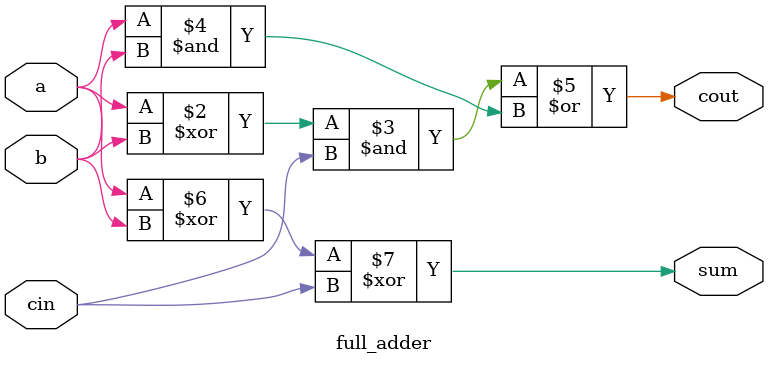
<source format=v>
module full_adder
(
  input   a,
  input   b,
  input   cin,

  output  reg cout,
  output  reg sum
);

always @(*) begin
 cout = ((a^b)&cin)|(a&b);
 sum = (a^b^cin);
end

endmodule

</source>
